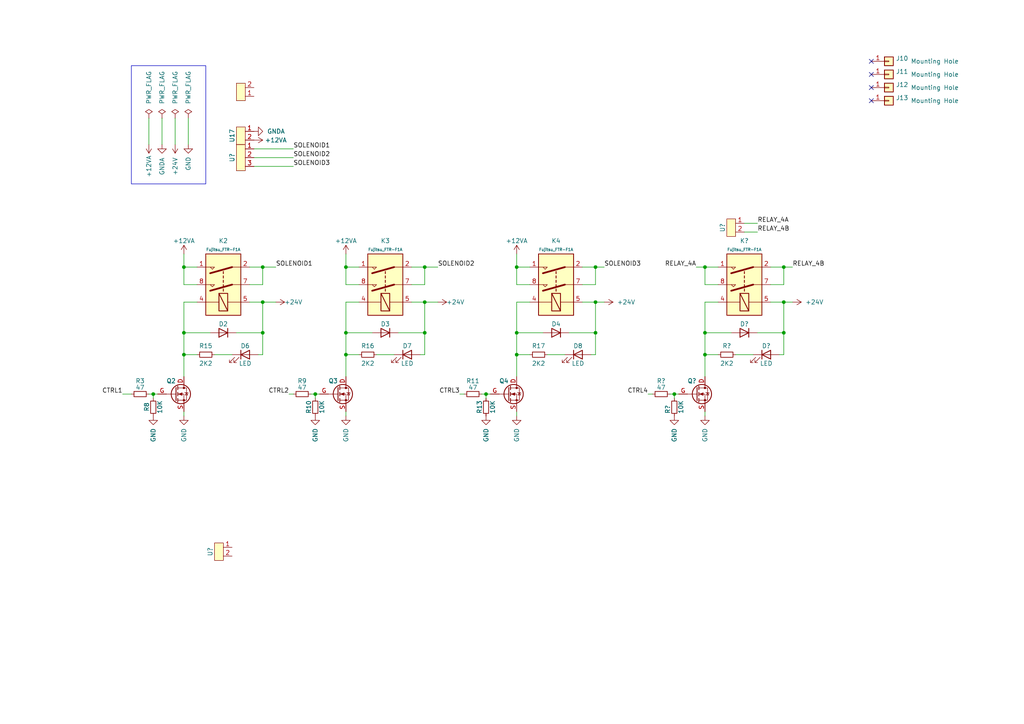
<source format=kicad_sch>
(kicad_sch (version 20230121) (generator eeschema)
  (paper "A4")
  (lib_symbols
    (symbol "Connector_Generic:Conn_01x01" (pin_names (offset 1.016) hide)
      (property "Reference" "J" (at 0 2.54 0))
      (property "Value" "Conn_01x01" (at 0 -2.54 0))
      (symbol "Conn_01x01_1_1"
        (rectangle (start -1.27 0.127) (end 0 -0.127) (stroke (width 0.1524)))
        (rectangle (start -1.27 1.27) (end 1.27 -1.27) (stroke (width 0.254)) (fill (type background)))
        (pin passive line (at -5.08 0 0) (length 3.81) (name "Pin_1") (number "1"))
      )
    )
    (symbol "Device:D" (pin_numbers hide) (pin_names (offset 1.016) hide)
      (property "Reference" "D" (at 0 2.54 0))
      (property "Value" "D" (at 0 -2.54 0))
      (symbol "D_0_1"
        (polyline (pts (xy -1.27 1.27) (xy -1.27 -1.27)) (stroke (width 0.254)))
        (polyline (pts (xy 1.27 0) (xy -1.27 0)))
        (polyline (pts (xy 1.27 1.27) (xy 1.27 -1.27) (xy -1.27 0) (xy 1.27 1.27)) (stroke (width 0.254)))
      )
      (symbol "D_1_1"
        (pin passive line (at -3.81 0 0) (length 2.54) (name "K") (number "1"))
        (pin passive line (at 3.81 0 180) (length 2.54) (name "A") (number "2"))
      )
    )
    (symbol "Device:LED" (pin_numbers hide) (pin_names (offset 1.016) hide)
      (property "Reference" "D" (at 0 2.54 0))
      (property "Value" "LED" (at 0 -2.54 0))
      (symbol "LED_0_1"
        (polyline (pts (xy -1.27 -1.27) (xy -1.27 1.27)) (stroke (width 0.254)))
        (polyline (pts (xy -1.27 0) (xy 1.27 0)))
        (polyline (pts (xy 1.27 -1.27) (xy 1.27 1.27) (xy -1.27 0) (xy 1.27 -1.27)) (stroke (width 0.254)))
        (polyline (pts (xy -3.048 -0.762) (xy -4.572 -2.286) (xy -3.81 -2.286) (xy -4.572 -2.286) (xy -4.572 -1.524)))
        (polyline (pts (xy -1.778 -0.762) (xy -3.302 -2.286) (xy -2.54 -2.286) (xy -3.302 -2.286) (xy -3.302 -1.524)))
      )
      (symbol "LED_1_1"
        (pin passive line (at -3.81 0 0) (length 2.54) (name "K") (number "1"))
        (pin passive line (at 3.81 0 180) (length 2.54) (name "A") (number "2"))
      )
    )
    (symbol "Device:R_Small" (pin_numbers hide) (pin_names (offset 0.254) hide)
      (property "Reference" "R" (at 0.762 0.508 0))
      (property "Value" "R_Small" (at 0.762 -1.016 0))
      (symbol "R_Small_0_1"
        (rectangle (start -0.762 1.778) (end 0.762 -1.778) (stroke (width 0.2032)))
      )
      (symbol "R_Small_1_1"
        (pin passive line (at 0 2.54 270) (length 0.762) (name "~") (number "1"))
        (pin passive line (at 0 -2.54 90) (length 0.762) (name "~") (number "2"))
      )
    )
    (symbol "FDN335N:FDN335N"
      (property "Reference" "Q" (at 5.08 1.27 0))
      (property "Value" "FDN335N" (at 5.08 -1.27 0))
      (symbol "FDN335N_0_1"
        (polyline (pts (xy 0.254 0) (xy -2.54 0)))
        (polyline (pts (xy 0.254 1.905) (xy 0.254 -1.905)) (stroke (width 0.254)))
        (polyline (pts (xy 0.762 -1.27) (xy 0.762 -2.286)) (stroke (width 0.254)))
        (polyline (pts (xy 0.762 0.508) (xy 0.762 -0.508)) (stroke (width 0.254)))
        (polyline (pts (xy 0.762 2.286) (xy 0.762 1.27)) (stroke (width 0.254)))
        (polyline (pts (xy 2.54 2.54) (xy 2.54 1.778)))
        (polyline (pts (xy 2.54 -2.54) (xy 2.54 0) (xy 0.762 0)))
        (polyline (pts (xy 0.762 -1.778) (xy 3.302 -1.778) (xy 3.302 1.778) (xy 0.762 1.778)))
        (polyline (pts (xy 1.016 0) (xy 2.032 0.381) (xy 2.032 -0.381) (xy 1.016 0)) (fill (type outline)))
        (polyline (pts (xy 2.794 0.508) (xy 2.921 0.381) (xy 3.683 0.381) (xy 3.81 0.254)))
        (polyline (pts (xy 3.302 0.381) (xy 2.921 -0.254) (xy 3.683 -0.254) (xy 3.302 0.381)))
        (circle (center 1.651 0) (radius 2.794) (stroke (width 0.254)))
        (circle (center 2.54 -1.778) (radius 0.254) (fill (type outline)))
        (circle (center 2.54 1.778) (radius 0.254) (fill (type outline)))
      )
      (symbol "FDN335N_1_1"
        (pin passive line (at 2.54 5.08 270) (length 2.54) (name "") (number "D"))
        (pin input line (at -5.08 0 0) (length 2.54) (name "") (number "G"))
        (pin passive line (at 2.54 -5.08 90) (length 2.54) (name "") (number "S"))
      )
    )
    (symbol "Relay:Fujitsu_FTR-F1A"
      (property "Reference" "K" (at 0 12.7 0))
      (property "Value" "Fujitsu_FTR-F1A" (at 0 10.16 0))
      (symbol "Fujitsu_FTR-F1A_0_1"
        (rectangle (start -1.27 7.62) (end 1.27 2.54) (stroke (width 0.254)) (fill (type background)))
        (polyline (pts (xy -1.27 7.62) (xy 1.27 2.54)) (stroke (width 0.254)))
      )
      (symbol "Fujitsu_FTR-F1A_1_1"
        (polyline (pts (xy -2.54 -5.08) (xy -5.08 -5.08)))
        (polyline (pts (xy -2.54 -5.08) (xy 3.81 -3.302)) (stroke (width 0.508)))
        (polyline (pts (xy -2.54 0) (xy -5.08 0)))
        (polyline (pts (xy -2.54 0) (xy 3.81 1.778)) (stroke (width 0.508)))
        (polyline (pts (xy 0 -3.175) (xy 0 -3.81)) (stroke (width 0.254)))
        (polyline (pts (xy 0 -1.905) (xy 0 -2.54)) (stroke (width 0.254)))
        (polyline (pts (xy 0 -0.635) (xy 0 -1.27)) (stroke (width 0.254)))
        (polyline (pts (xy 0 0.635) (xy 0 0)) (stroke (width 0.254)))
        (polyline (pts (xy 0 1.905) (xy 0 1.27)) (stroke (width 0.254)))
        (polyline (pts (xy 5.08 5.08) (xy 1.27 5.08)))
        (polyline (pts (xy -5.08 5.08) (xy -1.27 5.08) (xy -1.524 5.08)))
        (polyline (pts (xy 5.08 -5.08) (xy 2.54 -5.08) (xy 3.175 -4.445) (xy 3.81 -5.08)))
        (polyline (pts (xy 5.08 0) (xy 2.54 0) (xy 3.175 0.635) (xy 3.81 0)))
        (rectangle (start 5.08 8.89) (end -5.08 -8.89) (stroke (width 0.254)) (fill (type background)))
        (pin passive line (at 7.62 -5.08 180) (length 2.54) (name "~") (number "1"))
        (pin passive line (at -7.62 -5.08 0) (length 2.54) (name "~") (number "2"))
        (pin passive line (at 7.62 5.08 180) (length 2.54) (name "~") (number "4"))
        (pin passive line (at -7.62 5.08 0) (length 2.54) (name "~") (number "5"))
        (pin passive line (at -7.62 0 0) (length 2.54) (name "~") (number "7"))
        (pin passive line (at 7.62 0 180) (length 2.54) (name "~") (number "8"))
      )
    )
    (symbol "XY2500R-C(5.08)-2P:XY2500R-C(5.08)-2P"
      (property "Reference" "U" (at 2.54 0 0))
      (symbol "XY2500R-C(5.08)-2P_0_1"
        (rectangle (start -1.27 2.54) (end 1.27 -2.54) (fill (type background)))
      )
      (symbol "XY2500R-C(5.08)-2P_1_1"
        (pin passive line (at -3.81 1.27 0) (length 2.54) (name "") (number "1"))
        (pin passive line (at -3.81 -1.27 0) (length 2.54) (name "") (number "2"))
      )
    )
    (symbol "XY2500R-C(5.08)-3P:XY2500R-C(5.08)-3P"
      (property "Reference" "U" (at 2.54 0 0))
      (symbol "XY2500R-C(5.08)-3P_0_1"
        (rectangle (start -1.27 3.81) (end 1.27 -3.81) (fill (type background)))
      )
      (symbol "XY2500R-C(5.08)-3P_1_1"
        (pin passive line (at -3.81 2.54 0) (length 2.54) (name "") (number "1"))
        (pin passive line (at -3.81 0 0) (length 2.54) (name "") (number "2"))
        (pin passive line (at -3.81 -2.54 0) (length 2.54) (name "") (number "3"))
      )
    )
    (symbol "power:+12VA" (power) (pin_names (offset 0))
      (property "Value" "+12VA" (at 0 3.556 0))
      (symbol "+12VA_0_1"
        (polyline (pts (xy -0.762 1.27) (xy 0 2.54)))
        (polyline (pts (xy 0 0) (xy 0 2.54)))
        (polyline (pts (xy 0 2.54) (xy 0.762 1.27)))
      )
      (symbol "+12VA_1_1"
        (pin power_in line (at 0 0 90) (length 0) hide (name "+12VA") (number "1"))
      )
    )
    (symbol "power:+24V" (power) (pin_names (offset 0))
      (property "Value" "+24V" (at 0 3.556 0))
      (symbol "+24V_0_1"
        (polyline (pts (xy -0.762 1.27) (xy 0 2.54)))
        (polyline (pts (xy 0 0) (xy 0 2.54)))
        (polyline (pts (xy 0 2.54) (xy 0.762 1.27)))
      )
      (symbol "+24V_1_1"
        (pin power_in line (at 0 0 90) (length 0) hide (name "+24V") (number "1"))
      )
    )
    (symbol "power:GND" (power) (pin_names (offset 0))
      (property "Value" "GND" (at 0 -3.81 0))
      (symbol "GND_0_1"
        (polyline (pts (xy 0 0) (xy 0 -1.27) (xy 1.27 -1.27) (xy 0 -2.54) (xy -1.27 -1.27) (xy 0 -1.27)))
      )
      (symbol "GND_1_1"
        (pin power_in line (at 0 0 270) (length 0) hide (name "GND") (number "1"))
      )
    )
    (symbol "power:GNDA" (power) (pin_names (offset 0))
      (property "Value" "GNDA" (at 0 -3.81 0))
      (symbol "GNDA_0_1"
        (polyline (pts (xy 0 0) (xy 0 -1.27) (xy 1.27 -1.27) (xy 0 -2.54) (xy -1.27 -1.27) (xy 0 -1.27)))
      )
      (symbol "GNDA_1_1"
        (pin power_in line (at 0 0 270) (length 0) hide (name "GNDA") (number "1"))
      )
    )
    (symbol "power:PWR_FLAG" (power) (pin_numbers hide) (pin_names (offset 0) hide)
      (property "Value" "PWR_FLAG" (at 0 3.81 0))
      (symbol "PWR_FLAG_0_0"
        (pin power_out line (at 0 0 90) (length 0) (name "pwr") (number "1"))
      )
      (symbol "PWR_FLAG_0_1"
        (polyline (pts (xy 0 0) (xy 0 1.27) (xy -1.016 1.905) (xy 0 2.54) (xy 1.016 1.905) (xy 0 1.27)))
      )
    )
  )
  (junction (at 123.19 87.63))
  (junction (at 195.58 114.3))
  (junction (at 123.19 77.47))
  (junction (at 227.33 96.52))
  (junction (at 53.34 102.87))
  (junction (at 204.47 77.47))
  (junction (at 100.33 102.87))
  (junction (at 172.72 77.47))
  (junction (at 100.33 96.52))
  (junction (at 53.34 77.47))
  (junction (at 204.47 102.87))
  (junction (at 76.2 96.52))
  (junction (at 76.2 77.47))
  (junction (at 204.47 96.52))
  (junction (at 100.33 77.47))
  (junction (at 91.44 114.3))
  (junction (at 44.45 114.3))
  (junction (at 227.33 77.47))
  (junction (at 123.19 96.52))
  (junction (at 76.2 87.63))
  (junction (at 149.86 77.47))
  (junction (at 149.86 102.87))
  (junction (at 172.72 87.63))
  (junction (at 149.86 96.52))
  (junction (at 53.34 96.52))
  (junction (at 140.97 114.3))
  (junction (at 172.72 96.52))
  (junction (at 227.33 87.63))
  (no_connect (at 252.73 17.78))
  (no_connect (at 252.73 21.59))
  (no_connect (at 252.73 29.21))
  (no_connect (at 252.73 25.4))
  (wire (pts (xy 215.9 64.77) (xy 219.71 64.77)))
  (wire (pts (xy 53.34 96.52) (xy 53.34 102.87)))
  (wire (pts (xy 219.71 96.52) (xy 227.33 96.52)))
  (wire (pts (xy 53.34 87.63) (xy 53.34 96.52)))
  (wire (pts (xy 53.34 82.55) (xy 57.15 82.55)))
  (wire (pts (xy 165.1 96.52) (xy 172.72 96.52)))
  (wire (pts (xy 91.44 114.3) (xy 92.71 114.3)))
  (wire (pts (xy 53.34 96.52) (xy 60.96 96.52)))
  (wire (pts (xy 100.33 87.63) (xy 104.14 87.63)))
  (wire (pts (xy 53.34 102.87) (xy 53.34 109.22)))
  (wire (pts (xy 127 87.63) (xy 123.19 87.63)))
  (wire (pts (xy 73.66 45.72) (xy 85.09 45.72)))
  (wire (pts (xy 139.7 114.3) (xy 140.97 114.3)))
  (wire (pts (xy 140.97 114.3) (xy 142.24 114.3)))
  (wire (pts (xy 149.86 77.47) (xy 153.67 77.47)))
  (wire (pts (xy 35.56 114.3) (xy 38.1 114.3)))
  (wire (pts (xy 149.86 102.87) (xy 149.86 109.22)))
  (wire (pts (xy 100.33 77.47) (xy 100.33 82.55)))
  (wire (pts (xy 80.01 87.63) (xy 76.2 87.63)))
  (wire (pts (xy 204.47 87.63) (xy 204.47 96.52)))
  (wire (pts (xy 72.39 82.55) (xy 76.2 82.55)))
  (wire (pts (xy 43.18 34.29) (xy 43.18 41.91)))
  (wire (pts (xy 218.44 102.87) (xy 213.36 102.87)))
  (wire (pts (xy 100.33 87.63) (xy 100.33 96.52)))
  (wire (pts (xy 123.19 77.47) (xy 127 77.47)))
  (wire (pts (xy 121.92 102.87) (xy 123.19 102.87)))
  (wire (pts (xy 100.33 73.66) (xy 100.33 77.47)))
  (wire (pts (xy 100.33 102.87) (xy 100.33 109.22)))
  (wire (pts (xy 43.18 114.3) (xy 44.45 114.3)))
  (wire (pts (xy 83.82 114.3) (xy 85.09 114.3)))
  (wire (pts (xy 204.47 77.47) (xy 204.47 82.55)))
  (wire (pts (xy 44.45 114.3) (xy 45.72 114.3)))
  (wire (pts (xy 187.96 114.3) (xy 189.23 114.3)))
  (wire (pts (xy 204.47 96.52) (xy 204.47 102.87)))
  (wire (pts (xy 229.87 87.63) (xy 227.33 87.63)))
  (wire (pts (xy 119.38 82.55) (xy 123.19 82.55)))
  (wire (pts (xy 204.47 77.47) (xy 208.28 77.47)))
  (wire (pts (xy 123.19 87.63) (xy 123.19 96.52)))
  (wire (pts (xy 53.34 119.38) (xy 53.34 120.65)))
  (wire (pts (xy 73.66 48.26) (xy 85.09 48.26)))
  (wire (pts (xy 140.97 114.3) (xy 140.97 115.57)))
  (wire (pts (xy 163.83 102.87) (xy 158.75 102.87)))
  (wire (pts (xy 119.38 87.63) (xy 123.19 87.63)))
  (wire (pts (xy 204.47 102.87) (xy 208.28 102.87)))
  (wire (pts (xy 53.34 87.63) (xy 57.15 87.63)))
  (wire (pts (xy 175.26 87.63) (xy 172.72 87.63)))
  (wire (pts (xy 123.19 96.52) (xy 123.19 102.87)))
  (wire (pts (xy 73.66 43.18) (xy 85.09 43.18)))
  (wire (pts (xy 215.9 67.31) (xy 219.71 67.31)))
  (wire (pts (xy 100.33 102.87) (xy 104.14 102.87)))
  (wire (pts (xy 227.33 77.47) (xy 227.33 82.55)))
  (wire (pts (xy 226.06 102.87) (xy 227.33 102.87)))
  (wire (pts (xy 172.72 87.63) (xy 172.72 96.52)))
  (wire (pts (xy 153.67 87.63) (xy 149.86 87.63)))
  (wire (pts (xy 172.72 102.87) (xy 172.72 96.52)))
  (wire (pts (xy 72.39 87.63) (xy 76.2 87.63)))
  (wire (pts (xy 195.58 114.3) (xy 196.85 114.3)))
  (wire (pts (xy 100.33 77.47) (xy 104.14 77.47)))
  (wire (pts (xy 100.33 119.38) (xy 100.33 120.65)))
  (wire (pts (xy 149.86 102.87) (xy 153.67 102.87)))
  (wire (pts (xy 53.34 77.47) (xy 53.34 82.55)))
  (wire (pts (xy 53.34 77.47) (xy 57.15 77.47)))
  (wire (pts (xy 100.33 82.55) (xy 104.14 82.55)))
  (wire (pts (xy 53.34 73.66) (xy 53.34 77.47)))
  (wire (pts (xy 68.58 96.52) (xy 76.2 96.52)))
  (wire (pts (xy 90.17 114.3) (xy 91.44 114.3)))
  (wire (pts (xy 204.47 96.52) (xy 212.09 96.52)))
  (wire (pts (xy 208.28 87.63) (xy 204.47 87.63)))
  (wire (pts (xy 168.91 77.47) (xy 172.72 77.47)))
  (wire (pts (xy 46.99 34.29) (xy 46.99 41.91)))
  (wire (pts (xy 194.31 114.3) (xy 195.58 114.3)))
  (wire (pts (xy 223.52 82.55) (xy 227.33 82.55)))
  (wire (pts (xy 76.2 87.63) (xy 76.2 96.52)))
  (wire (pts (xy 67.31 102.87) (xy 62.23 102.87)))
  (wire (pts (xy 133.35 114.3) (xy 134.62 114.3)))
  (wire (pts (xy 195.58 114.3) (xy 195.58 115.57)))
  (wire (pts (xy 168.91 82.55) (xy 172.72 82.55)))
  (wire (pts (xy 76.2 77.47) (xy 76.2 82.55)))
  (wire (pts (xy 149.86 96.52) (xy 149.86 102.87)))
  (wire (pts (xy 76.2 102.87) (xy 76.2 96.52)))
  (wire (pts (xy 204.47 119.38) (xy 204.47 120.65)))
  (wire (pts (xy 223.52 77.47) (xy 227.33 77.47)))
  (wire (pts (xy 223.52 87.63) (xy 227.33 87.63)))
  (wire (pts (xy 100.33 96.52) (xy 107.95 96.52)))
  (wire (pts (xy 227.33 87.63) (xy 227.33 96.52)))
  (wire (pts (xy 149.86 96.52) (xy 157.48 96.52)))
  (wire (pts (xy 227.33 77.47) (xy 229.87 77.47)))
  (wire (pts (xy 72.39 77.47) (xy 76.2 77.47)))
  (wire (pts (xy 149.86 82.55) (xy 153.67 82.55)))
  (wire (pts (xy 53.34 102.87) (xy 57.15 102.87)))
  (wire (pts (xy 115.57 96.52) (xy 123.19 96.52)))
  (wire (pts (xy 50.8 34.29) (xy 50.8 41.91)))
  (wire (pts (xy 74.93 102.87) (xy 76.2 102.87)))
  (wire (pts (xy 149.86 73.66) (xy 149.86 77.47)))
  (wire (pts (xy 172.72 77.47) (xy 172.72 82.55)))
  (wire (pts (xy 172.72 77.47) (xy 175.26 77.47)))
  (wire (pts (xy 100.33 96.52) (xy 100.33 102.87)))
  (wire (pts (xy 149.86 77.47) (xy 149.86 82.55)))
  (wire (pts (xy 123.19 77.47) (xy 123.19 82.55)))
  (wire (pts (xy 204.47 82.55) (xy 208.28 82.55)))
  (wire (pts (xy 119.38 77.47) (xy 123.19 77.47)))
  (wire (pts (xy 149.86 87.63) (xy 149.86 96.52)))
  (wire (pts (xy 114.3 102.87) (xy 109.22 102.87)))
  (wire (pts (xy 149.86 119.38) (xy 149.86 120.65)))
  (wire (pts (xy 44.45 114.3) (xy 44.45 115.57)))
  (wire (pts (xy 201.93 77.47) (xy 204.47 77.47)))
  (wire (pts (xy 54.61 34.29) (xy 54.61 41.91)))
  (wire (pts (xy 168.91 87.63) (xy 172.72 87.63)))
  (wire (pts (xy 76.2 77.47) (xy 80.01 77.47)))
  (wire (pts (xy 91.44 114.3) (xy 91.44 115.57)))
  (wire (pts (xy 171.45 102.87) (xy 172.72 102.87)))
  (wire (pts (xy 227.33 102.87) (xy 227.33 96.52)))
  (wire (pts (xy 204.47 102.87) (xy 204.47 109.22)))
  (rectangle (start 38.1 19.05) (end 59.69 53.34))
  (label "RELAY_4B" (at 219.71 67.31 0))
  (label "CTRL1" (at 35.56 114.3 180))
  (label "RELAY_4A" (at 219.71 64.77 0))
  (label "SOLENOID3" (at 175.26 77.47 0))
  (label "CTRL3" (at 133.35 114.3 180))
  (label "SOLENOID3" (at 85.09 48.26 0))
  (label "SOLENOID1" (at 85.09 43.18 0))
  (label "CTRL4" (at 187.96 114.3 180))
  (label "RELAY_4A" (at 201.93 77.47 180))
  (label "SOLENOID2" (at 85.09 45.72 0))
  (label "SOLENOID2" (at 127 77.47 0))
  (label "RELAY_4B" (at 229.87 77.47 0))
  (label "CTRL2" (at 83.82 114.3 180))
  (label "SOLENOID1" (at 80.01 77.47 0))
  (symbol (lib_id "power:PWR_FLAG") (at 43.18 34.29 0) (unit 1)
    (property "Reference" "#FLG01" (effects hide))
    (property "Value" "PWR_FLAG" (at 43.18 25.4 90))
  )
  (symbol (lib_id "Device:D") (at 161.29 96.52 180) (unit 1)
    (property "Reference" "D4" (at 161.29 93.98 0))
    (property "Value" "1N4007G-SMA" (effects hide))
    (property "Footprint" "Diode_SMD:D_SMA-SMB_Universal_Handsoldering" (effects hide))
    (property "Sim.Device" "D" (effects hide))
    (property "Sim.Pins" "1=K 2=A" (effects hide))
  )
  (symbol (lib_id "FDN335N:FDN335N") (at 147.32 114.3 0) (unit 1)
    (property "Reference" "Q4" (at 144.78 110.49 0) (effects (justify left)))
    (property "Value" "FDN335N" (effects hide))
    (property "Footprint" "FD335N:SOT-23" (effects hide))
    (property "Datasheet" "https://datasheet.lcsc.com/lcsc/2105241210_UMW-Youtai-Semiconductor-Co---Ltd--FDN335N_C347512.pdf" (effects hide))
  )
  (symbol (lib_id "power:PWR_FLAG") (at 50.8 34.29 0) (unit 1)
    (property "Reference" "#FLG03" (effects hide))
    (property "Value" "PWR_FLAG" (at 50.8 25.4 90))
  )
  (symbol (lib_id "Device:R_Small") (at 44.45 118.11 0) (unit 1)
    (property "Reference" "R8" (at 42.545 119.38 90) (effects (justify left)))
    (property "Value" "10K" (at 46.355 120.015 90) (effects (justify left)))
    (property "Footprint" "Resistor_SMD:R_0805_2012Metric" (effects hide))
  )
  (symbol (lib_id "Connector_Generic:Conn_01x01") (at 257.81 17.78 0) (unit 1)
    (property "Reference" "J10" (at 259.842 16.9453 0) (effects (justify left)))
    (property "Value" "Mounting Hole" (at 264.16 17.78 0) (effects (justify left)))
    (property "Footprint" "MountingHole:MountingHole_3.5mm_Pad" (effects hide))
  )
  (symbol (lib_id "Relay:Fujitsu_FTR-F1A") (at 215.9 82.55 180) (unit 1)
    (property "Reference" "K?" (at 215.9 69.85 0))
    (property "Value" "Fujitsu_FTR-F1A" (at 215.9 72.39 0) (effects (font (size 0.8 0.8))))
    (property "Footprint" "Relay_THT:Relay_DPST_Fujitsu_FTR-F1A" (effects hide))
    (property "Datasheet" "https://www.fcl.fujitsu.com/downloads/MICRO/fcai/relays/ftr-f1.pdf" (effects hide))
  )
  (symbol (lib_id "Device:D") (at 64.77 96.52 180) (unit 1)
    (property "Reference" "D2" (at 64.77 93.98 0))
    (property "Value" "1N4007G-SMA" (effects hide))
    (property "Footprint" "Diode_SMD:D_SMA-SMB_Universal_Handsoldering" (effects hide))
    (property "Sim.Device" "D" (effects hide))
    (property "Sim.Pins" "1=K 2=A" (effects hide))
  )
  (symbol (lib_id "Relay:Fujitsu_FTR-F1A") (at 161.29 82.55 180) (unit 1)
    (property "Reference" "K4" (at 161.29 69.85 0))
    (property "Value" "Fujitsu_FTR-F1A" (at 161.29 72.39 0) (effects (font (size 0.8 0.8))))
    (property "Footprint" "Relay_THT:Relay_DPST_Fujitsu_FTR-F1A" (effects hide))
    (property "Datasheet" "https://www.fcl.fujitsu.com/downloads/MICRO/fcai/relays/ftr-f1.pdf" (effects hide))
  )
  (symbol (lib_id "power:GNDA") (at 46.99 41.91 0) (unit 1)
    (property "Reference" "#PWR015" (effects hide))
    (property "Value" "GNDA" (at 46.99 48.26 90))
  )
  (symbol (lib_id "XY2500R-C(5.08)-3P:XY2500R-C(5.08)-3P") (at 69.85 45.72 0) (mirror y) (unit 1)
    (property "Reference" "U?" (at 67.31 45.72 90))
    (property "Value" "XY2500R-C(5.08)-3P" (effects hide))
    (property "Footprint" "XY2500R-C(5.08)-3P:XY2500R-C(5.08)-3P" (effects hide))
  )
  (symbol (lib_id "power:GNDA") (at 73.66 38.1 90) (unit 1)
    (property "Reference" "#PWR014" (effects hide))
    (property "Value" "GNDA" (at 77.47 38.1 90) (effects (justify right)))
  )
  (symbol (lib_id "Device:R_Small") (at 91.44 118.11 0) (unit 1)
    (property "Reference" "R10" (at 89.535 120.015 90) (effects (justify left)))
    (property "Value" "10K" (at 93.345 120.015 90) (effects (justify left)))
    (property "Footprint" "Resistor_SMD:R_0805_2012Metric" (effects hide))
  )
  (symbol (lib_id "power:PWR_FLAG") (at 54.61 34.29 0) (unit 1)
    (property "Reference" "#FLG02" (effects hide))
    (property "Value" "PWR_FLAG" (at 54.61 25.4 90))
  )
  (symbol (lib_id "power:GND") (at 53.34 120.65 0) (unit 1)
    (property "Reference" "#PWR021" (effects hide))
    (property "Value" "GND" (at 53.34 128.27 90) (effects (justify left)))
  )
  (symbol (lib_id "FDN335N:FDN335N") (at 50.8 114.3 0) (unit 1)
    (property "Reference" "Q2" (at 48.26 110.49 0) (effects (justify left)))
    (property "Value" "FDN335N" (effects hide))
    (property "Footprint" "FD335N:SOT-23" (effects hide))
    (property "Datasheet" "https://datasheet.lcsc.com/lcsc/2105241210_UMW-Youtai-Semiconductor-Co---Ltd--FDN335N_C347512.pdf" (effects hide))
  )
  (symbol (lib_id "Device:D") (at 215.9 96.52 180) (unit 1)
    (property "Reference" "D?" (at 215.9 93.98 0))
    (property "Value" "1N4007G-SMA" (effects hide))
    (property "Footprint" "Diode_SMD:D_SMA-SMB_Universal_Handsoldering" (effects hide))
    (property "Sim.Device" "D" (effects hide))
    (property "Sim.Pins" "1=K 2=A" (effects hide))
  )
  (symbol (lib_id "power:+24V") (at 127 87.63 270) (unit 1)
    (property "Reference" "#PWR026" (effects hide))
    (property "Value" "+24V" (at 132.08 87.63 90))
  )
  (symbol (lib_id "Device:R_Small") (at 210.82 102.87 90) (unit 1)
    (property "Reference" "R?" (at 210.82 100.33 90))
    (property "Value" "2K2" (at 210.82 105.41 90))
    (property "Footprint" "Resistor_SMD:R_0805_2012Metric" (effects hide))
  )
  (symbol (lib_id "Device:R_Small") (at 137.16 114.3 90) (unit 1)
    (property "Reference" "R11" (at 137.16 110.49 90))
    (property "Value" "47" (at 137.16 112.395 90))
    (property "Footprint" "Resistor_SMD:R_0805_2012Metric" (effects hide))
  )
  (symbol (lib_id "Device:D") (at 111.76 96.52 180) (unit 1)
    (property "Reference" "D3" (at 111.76 93.98 0))
    (property "Value" "1N4007G-SMA" (effects hide))
    (property "Footprint" "Diode_SMD:D_SMA-SMB_Universal_Handsoldering" (effects hide))
    (property "Sim.Device" "D" (effects hide))
    (property "Sim.Pins" "1=K 2=A" (effects hide))
  )
  (symbol (lib_id "Device:R_Small") (at 106.68 102.87 90) (unit 1)
    (property "Reference" "R16" (at 106.68 100.33 90))
    (property "Value" "2K2" (at 106.68 105.41 90))
    (property "Footprint" "Resistor_SMD:R_0805_2012Metric" (effects hide))
  )
  (symbol (lib_id "Device:LED") (at 167.64 102.87 0) (unit 1)
    (property "Reference" "D8" (at 167.64 100.33 0))
    (property "Value" "LED" (at 167.64 105.41 0))
    (property "Footprint" "LED_SMD:LED_1206_3216Metric_Pad1.42x1.75mm_HandSolder" (effects hide))
  )
  (symbol (lib_id "Device:R_Small") (at 59.69 102.87 90) (unit 1)
    (property "Reference" "R15" (at 59.69 100.33 90))
    (property "Value" "2K2" (at 59.69 105.41 90))
    (property "Footprint" "Resistor_SMD:R_0805_2012Metric" (effects hide))
  )
  (symbol (lib_id "XY2500R-C(5.08)-2P:XY2500R-C(5.08)-2P") (at 69.85 39.37 0) (mirror y) (unit 1)
    (property "Reference" "U17" (at 67.31 39.37 90))
    (property "Value" "XY2500R-C(5.08)-2P" (effects hide))
    (property "Footprint" "XY2500R-C(5.08)-2P:XY2500R-C(5.08)-2P" (effects hide))
  )
  (symbol (lib_id "power:+24V") (at 50.8 41.91 180) (unit 1)
    (property "Reference" "#PWR022" (effects hide))
    (property "Value" "+24V" (at 50.8 48.26 90))
  )
  (symbol (lib_id "Connector_Generic:Conn_01x01") (at 257.81 29.21 0) (unit 1)
    (property "Reference" "J13" (at 259.842 28.3753 0) (effects (justify left)))
    (property "Value" "Mounting Hole" (at 264.16 29.21 0) (effects (justify left)))
    (property "Footprint" "MountingHole:MountingHole_3.5mm_Pad" (effects hide))
  )
  (symbol (lib_id "Device:R_Small") (at 156.21 102.87 90) (unit 1)
    (property "Reference" "R17" (at 156.21 100.33 90))
    (property "Value" "2K2" (at 156.21 105.41 90))
    (property "Footprint" "Resistor_SMD:R_0805_2012Metric" (effects hide))
  )
  (symbol (lib_id "Device:R_Small") (at 40.64 114.3 90) (unit 1)
    (property "Reference" "R3" (at 40.64 110.49 90))
    (property "Value" "47" (at 40.64 112.395 90))
    (property "Footprint" "Resistor_SMD:R_0805_2012Metric" (effects hide))
  )
  (symbol (lib_id "Connector_Generic:Conn_01x01") (at 257.81 25.4 0) (unit 1)
    (property "Reference" "J12" (at 259.842 24.5653 0) (effects (justify left)))
    (property "Value" "Mounting Hole" (at 264.16 25.4 0) (effects (justify left)))
    (property "Footprint" "MountingHole:MountingHole_3.5mm_Pad" (effects hide))
  )
  (symbol (lib_id "power:GND") (at 204.47 120.65 0) (unit 1)
    (property "Reference" "#PWR05" (effects hide))
    (property "Value" "GND" (at 204.47 128.27 90) (effects (justify left)))
  )
  (symbol (lib_id "power:+12VA") (at 53.34 73.66 0) (unit 1)
    (property "Reference" "#PWR011" (effects hide))
    (property "Value" "+12VA" (at 53.34 69.85 0))
  )
  (symbol (lib_id "XY2500R-C(5.08)-2P:XY2500R-C(5.08)-2P") (at 212.09 66.04 0) (mirror y) (unit 1)
    (property "Reference" "U?" (at 209.55 66.04 90))
    (property "Value" "XY2500R-C(5.08)-2P" (effects hide))
    (property "Footprint" "XY2500R-C(5.08)-2P:XY2500R-C(5.08)-2P" (effects hide))
  )
  (symbol (lib_id "Device:R_Small") (at 87.63 114.3 90) (unit 1)
    (property "Reference" "R9" (at 87.63 110.49 90))
    (property "Value" "47" (at 87.63 112.395 90))
    (property "Footprint" "Resistor_SMD:R_0805_2012Metric" (effects hide))
  )
  (symbol (lib_id "power:+12VA") (at 43.18 41.91 180) (unit 1)
    (property "Reference" "#PWR01" (effects hide))
    (property "Value" "+12VA" (at 43.18 48.26 90))
  )
  (symbol (lib_id "Device:R_Small") (at 140.97 118.11 0) (unit 1)
    (property "Reference" "R13" (at 139.065 120.015 90) (effects (justify left)))
    (property "Value" "10K" (at 142.875 120.015 90) (effects (justify left)))
    (property "Footprint" "Resistor_SMD:R_0805_2012Metric" (effects hide))
  )
  (symbol (lib_id "power:+12VA") (at 73.66 40.64 270) (unit 1)
    (property "Reference" "#PWR010" (effects hide))
    (property "Value" "+12VA" (at 80.01 40.64 90))
  )
  (symbol (lib_id "power:GND") (at 195.58 120.65 0) (unit 1)
    (property "Reference" "#PWR04" (effects hide))
    (property "Value" "GND" (at 195.58 128.27 90) (effects (justify left)))
  )
  (symbol (lib_id "FDN335N:FDN335N") (at 97.79 114.3 0) (unit 1)
    (property "Reference" "Q3" (at 95.25 110.49 0) (effects (justify left)))
    (property "Value" "FDN335N" (effects hide))
    (property "Footprint" "FD335N:SOT-23" (effects hide))
    (property "Datasheet" "https://datasheet.lcsc.com/lcsc/2105241210_UMW-Youtai-Semiconductor-Co---Ltd--FDN335N_C347512.pdf" (effects hide))
  )
  (symbol (lib_id "power:GND") (at 54.61 41.91 0) (unit 1)
    (property "Reference" "#PWR08" (effects hide))
    (property "Value" "GND" (at 54.61 49.53 90) (effects (justify left)))
  )
  (symbol (lib_id "Device:R_Small") (at 195.58 118.11 0) (unit 1)
    (property "Reference" "R?" (at 193.675 120.015 90) (effects (justify left)))
    (property "Value" "10K" (at 197.485 120.015 90) (effects (justify left)))
    (property "Footprint" "Resistor_SMD:R_0805_2012Metric" (effects hide))
  )
  (symbol (lib_id "power:+24V") (at 229.87 87.63 270) (unit 1)
    (property "Reference" "#PWR02" (effects hide))
    (property "Value" "+24V" (at 236.22 87.63 90))
  )
  (symbol (lib_id "Connector_Generic:Conn_01x01") (at 257.81 21.59 0) (unit 1)
    (property "Reference" "J11" (at 259.842 20.7553 0) (effects (justify left)))
    (property "Value" "Mounting Hole" (at 264.16 21.59 0) (effects (justify left)))
    (property "Footprint" "MountingHole:MountingHole_3.5mm_Pad" (effects hide))
  )
  (symbol (lib_id "Device:R_Small") (at 191.77 114.3 90) (unit 1)
    (property "Reference" "R?" (at 191.77 110.49 90))
    (property "Value" "47" (at 191.77 112.395 90))
    (property "Footprint" "Resistor_SMD:R_0805_2012Metric" (effects hide))
  )
  (symbol (lib_id "power:GND") (at 149.86 120.65 0) (unit 1)
    (property "Reference" "#PWR033" (effects hide))
    (property "Value" "GND" (at 149.86 128.27 90) (effects (justify left)))
  )
  (symbol (lib_id "power:+12VA") (at 149.86 73.66 0) (unit 1)
    (property "Reference" "#PWR016" (effects hide))
    (property "Value" "+12VA" (at 149.86 69.85 0))
  )
  (symbol (lib_id "XY2500R-C(5.08)-2P:XY2500R-C(5.08)-2P") (at 69.85 26.67 180) (unit 1)
    (property "Reference" "U14" (effects hide))
    (property "Value" "XY2500R-C(5.08)-2P" (effects hide))
    (property "Footprint" "XY2500R-C(5.08)-2P:XY2500R-C(5.08)-2P" (effects hide))
  )
  (symbol (lib_id "Device:LED") (at 118.11 102.87 0) (unit 1)
    (property "Reference" "D7" (at 118.11 100.33 0))
    (property "Value" "LED" (at 118.11 105.41 0))
    (property "Footprint" "LED_SMD:LED_1206_3216Metric_Pad1.42x1.75mm_HandSolder" (effects hide))
  )
  (symbol (lib_id "XY2500R-C(5.08)-2P:XY2500R-C(5.08)-2P") (at 63.5 160.02 0) (mirror y) (unit 1)
    (property "Reference" "U?" (at 60.96 160.02 90))
    (property "Value" "XY2500R-C(5.08)-2P" (effects hide))
    (property "Footprint" "XY2500R-C(5.08)-2P:XY2500R-C(5.08)-2P" (effects hide))
  )
  (symbol (lib_id "power:+24V") (at 80.01 87.63 270) (unit 1)
    (property "Reference" "#PWR025" (effects hide))
    (property "Value" "+24V" (at 85.09 87.63 90))
  )
  (symbol (lib_id "power:GND") (at 91.44 120.65 0) (unit 1)
    (property "Reference" "#PWR027" (effects hide))
    (property "Value" "GND" (at 91.44 128.27 90) (effects (justify left)))
  )
  (symbol (lib_id "FDN335N:FDN335N") (at 201.93 114.3 0) (unit 1)
    (property "Reference" "Q?" (at 199.39 110.49 0) (effects (justify left)))
    (property "Value" "FDN335N" (effects hide))
    (property "Footprint" "FD335N:SOT-23" (effects hide))
    (property "Datasheet" "https://datasheet.lcsc.com/lcsc/2105241210_UMW-Youtai-Semiconductor-Co---Ltd--FDN335N_C347512.pdf" (effects hide))
  )
  (symbol (lib_id "power:GND") (at 140.97 120.65 0) (unit 1)
    (property "Reference" "#PWR032" (effects hide))
    (property "Value" "GND" (at 140.97 128.27 90) (effects (justify left)))
  )
  (symbol (lib_id "power:+12VA") (at 100.33 73.66 0) (unit 1)
    (property "Reference" "#PWR012" (effects hide))
    (property "Value" "+12VA" (at 100.33 69.85 0))
  )
  (symbol (lib_id "power:PWR_FLAG") (at 46.99 34.29 0) (unit 1)
    (property "Reference" "#FLG04" (effects hide))
    (property "Value" "PWR_FLAG" (at 46.99 25.4 90))
  )
  (symbol (lib_id "Relay:Fujitsu_FTR-F1A") (at 64.77 82.55 180) (unit 1)
    (property "Reference" "K2" (at 64.77 69.85 0))
    (property "Value" "Fujitsu_FTR-F1A" (at 64.77 72.39 0) (effects (font (size 0.8 0.8))))
    (property "Footprint" "Relay_THT:Relay_DPST_Fujitsu_FTR-F1A" (effects hide))
    (property "Datasheet" "https://www.fcl.fujitsu.com/downloads/MICRO/fcai/relays/ftr-f1.pdf" (effects hide))
  )
  (symbol (lib_id "Device:LED") (at 222.25 102.87 0) (unit 1)
    (property "Reference" "D?" (at 222.25 100.33 0))
    (property "Value" "LED" (at 222.25 105.41 0))
    (property "Footprint" "LED_SMD:LED_1206_3216Metric_Pad1.42x1.75mm_HandSolder" (effects hide))
  )
  (symbol (lib_id "power:GND") (at 100.33 120.65 0) (unit 1)
    (property "Reference" "#PWR029" (effects hide))
    (property "Value" "GND" (at 100.33 128.27 90) (effects (justify left)))
  )
  (symbol (lib_id "Relay:Fujitsu_FTR-F1A") (at 111.76 82.55 180) (unit 1)
    (property "Reference" "K3" (at 111.76 69.85 0))
    (property "Value" "Fujitsu_FTR-F1A" (at 111.76 72.39 0) (effects (font (size 0.8 0.8))))
    (property "Footprint" "Relay_THT:Relay_DPST_Fujitsu_FTR-F1A" (effects hide))
    (property "Datasheet" "https://www.fcl.fujitsu.com/downloads/MICRO/fcai/relays/ftr-f1.pdf" (effects hide))
  )
  (symbol (lib_id "power:+24V") (at 175.26 87.63 270) (unit 1)
    (property "Reference" "#PWR030" (effects hide))
    (property "Value" "+24V" (at 181.61 87.63 90))
  )
  (symbol (lib_id "power:GND") (at 44.45 120.65 0) (unit 1)
    (property "Reference" "#PWR017" (effects hide))
    (property "Value" "GND" (at 44.45 128.27 90) (effects (justify left)))
  )
  (symbol (lib_id "Device:LED") (at 71.12 102.87 0) (unit 1)
    (property "Reference" "D6" (at 71.12 100.33 0))
    (property "Value" "LED" (at 71.12 105.41 0))
    (property "Footprint" "LED_SMD:LED_1206_3216Metric_Pad1.42x1.75mm_HandSolder" (effects hide))
  )
)
</source>
